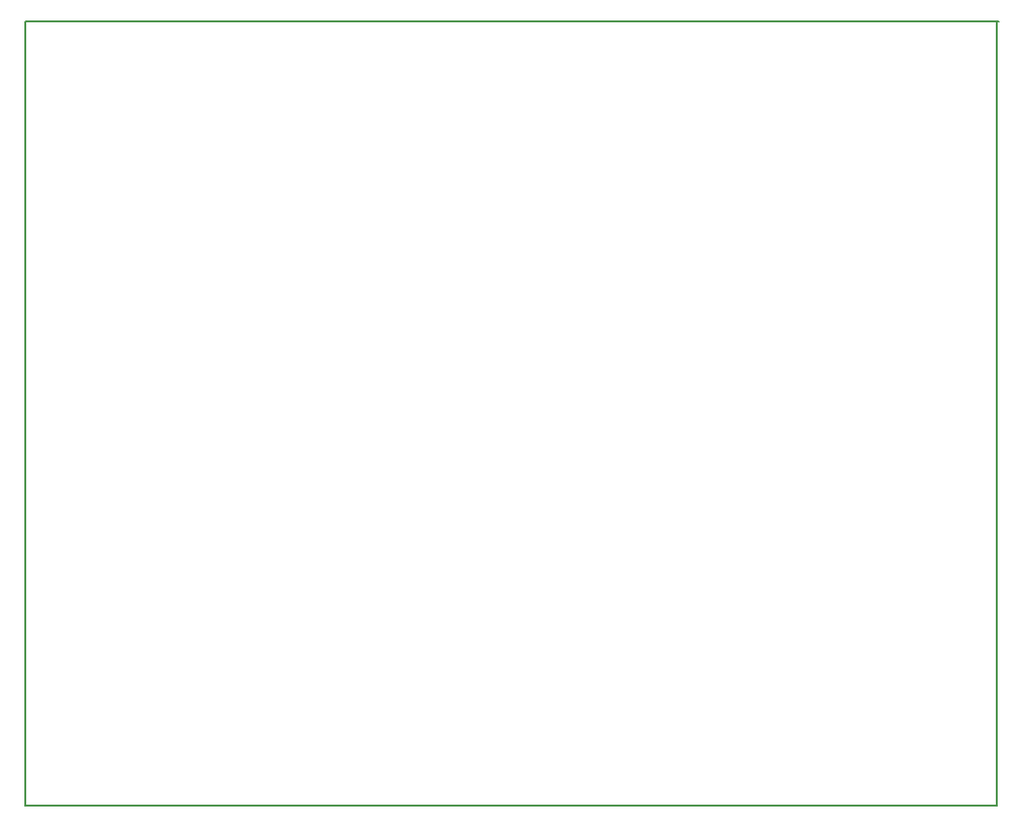
<source format=gm1>
%FSLAX24Y24*%
%MOIN*%
G70*
G01*
G75*
G04 Layer_Color=16711935*
%ADD10R,0.0140X0.0400*%
%ADD11R,0.0450X0.0600*%
%ADD12R,0.0320X0.0360*%
%ADD13R,0.0394X0.1063*%
%ADD14R,0.0394X0.1063*%
%ADD15R,0.1004X0.1063*%
%ADD16R,0.0360X0.0320*%
%ADD17R,0.0260X0.0800*%
%ADD18O,0.0138X0.0669*%
%ADD19R,0.1063X0.1102*%
%ADD20C,0.1000*%
%ADD21C,0.0500*%
%ADD22C,0.0200*%
%ADD23C,0.0100*%
%ADD24C,0.0750*%
%ADD25R,0.0260X0.0500*%
%ADD26R,0.1063X0.0866*%
%ADD27C,0.0600*%
%ADD28R,0.0394X0.0394*%
%ADD29R,0.1028X0.0339*%
%ADD30R,0.0650X0.0701*%
%ADD31R,0.1402X0.1799*%
%ADD32R,0.0598X0.0598*%
%ADD33R,0.0385X0.0520*%
%ADD34R,0.0520X0.0385*%
%ADD35R,0.0846X0.0532*%
%ADD36R,0.0532X0.0846*%
%ADD37R,0.0400X0.0140*%
%ADD38R,0.0700X0.0700*%
%ADD39C,0.0700*%
%ADD40C,0.0200*%
%ADD41C,0.0280*%
%ADD42C,0.0500*%
%ADD43C,0.0260*%
%ADD44C,0.1000*%
%ADD45C,0.1100*%
%ADD46C,0.0600*%
%ADD47C,0.0591*%
%ADD48R,0.0591X0.0591*%
%ADD49C,0.0252*%
%ADD50C,0.1024*%
%ADD51R,0.0800X0.0260*%
%ADD52C,0.0400*%
%ADD53C,0.0250*%
%ADD54C,0.0079*%
%ADD55C,0.0098*%
%ADD56C,0.0060*%
%ADD57C,0.0080*%
%ADD58C,0.0050*%
%ADD59R,0.4000X0.0500*%
%ADD60R,0.0220X0.0480*%
%ADD61R,0.0530X0.0680*%
%ADD62R,0.0400X0.0440*%
%ADD63R,0.0474X0.1143*%
%ADD64R,0.0474X0.1143*%
%ADD65R,0.1084X0.1143*%
%ADD66R,0.0440X0.0400*%
%ADD67R,0.0340X0.0880*%
%ADD68O,0.0218X0.0749*%
%ADD69R,0.1143X0.1182*%
%ADD70R,0.0340X0.0580*%
%ADD71R,0.1143X0.0946*%
%ADD72R,0.0474X0.0474*%
%ADD73R,0.1108X0.0419*%
%ADD74R,0.0730X0.0781*%
%ADD75R,0.1482X0.1879*%
%ADD76R,0.0678X0.0678*%
%ADD77R,0.0465X0.0600*%
%ADD78R,0.0600X0.0465*%
%ADD79R,0.0926X0.0612*%
%ADD80R,0.0612X0.0926*%
%ADD81R,0.0480X0.0220*%
%ADD82R,0.0780X0.0780*%
%ADD83C,0.0780*%
%ADD84C,0.0360*%
%ADD85C,0.0580*%
%ADD86C,0.1080*%
%ADD87C,0.1180*%
%ADD88C,0.0680*%
%ADD89C,0.0671*%
%ADD90R,0.0671X0.0671*%
%ADD91C,0.0332*%
%ADD92C,0.1104*%
%ADD93R,0.0880X0.0340*%
%ADD94C,0.0340*%
D57*
X44700Y39700D02*
X44750Y39750D01*
X44700Y12850D02*
Y39700D01*
X11400Y12850D02*
X44700D01*
X11400Y39750D02*
X44750D01*
X11400Y12850D02*
Y39750D01*
M02*

</source>
